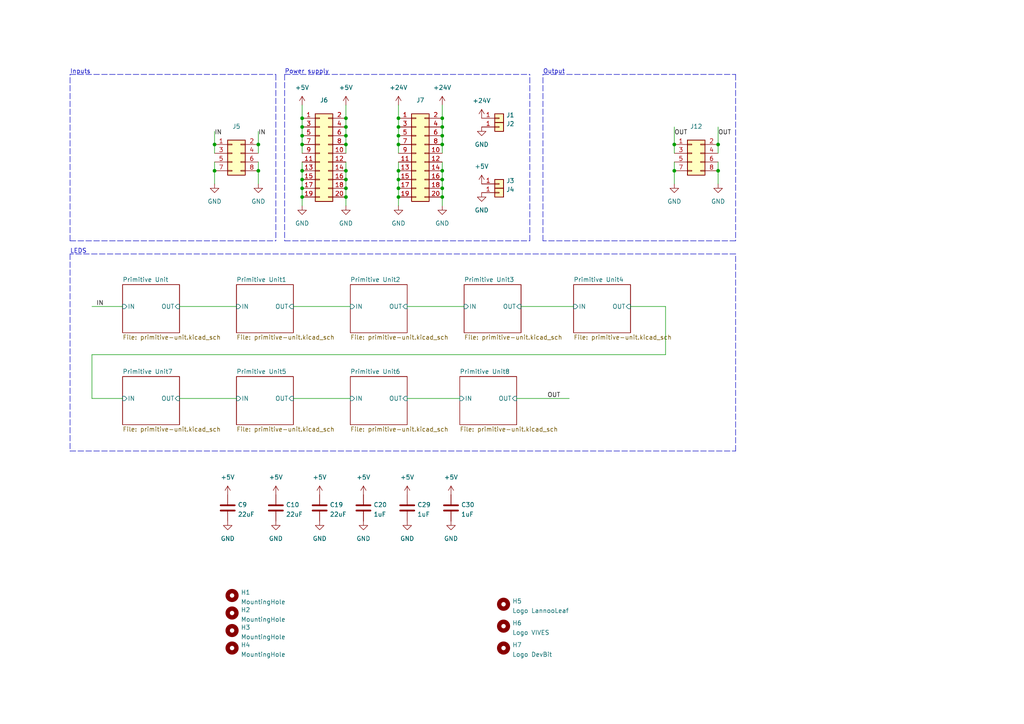
<source format=kicad_sch>
(kicad_sch (version 20211123) (generator eeschema)
  (paper "A4")
  (lib_symbols
    (symbol "Connector_Generic:Conn_01x01" (pin_names (offset 1.016) hide)
      (property "Reference" "J" (at 0 2.54 0))
      (property "Value" "Conn_01x01" (at 0 -2.54 0))
      (symbol "Conn_01x01_1_1"
        (rectangle (start -1.27 0.127) (end 0 -0.127) (stroke (width 0.1524)))
        (rectangle (start -1.27 1.27) (end 1.27 -1.27) (stroke (width 0.254)) (fill (type background)))
        (pin passive line (at -5.08 0 0) (length 3.81) (name "Pin_1") (number "1"))
      )
    )
    (symbol "Connector_Generic:Conn_02x04_Odd_Even" (pin_names (offset 1.016) hide)
      (property "Reference" "J" (at 1.27 5.08 0))
      (property "Value" "Conn_02x04_Odd_Even" (at 1.27 -7.62 0))
      (symbol "Conn_02x04_Odd_Even_1_1"
        (rectangle (start -1.27 -4.953) (end 0 -5.207) (stroke (width 0.1524)))
        (rectangle (start -1.27 -2.413) (end 0 -2.667) (stroke (width 0.1524)))
        (rectangle (start -1.27 0.127) (end 0 -0.127) (stroke (width 0.1524)))
        (rectangle (start -1.27 2.667) (end 0 2.413) (stroke (width 0.1524)))
        (rectangle (start -1.27 3.81) (end 3.81 -6.35) (stroke (width 0.254)) (fill (type background)))
        (rectangle (start 3.81 -4.953) (end 2.54 -5.207) (stroke (width 0.1524)))
        (rectangle (start 3.81 -2.413) (end 2.54 -2.667) (stroke (width 0.1524)))
        (rectangle (start 3.81 0.127) (end 2.54 -0.127) (stroke (width 0.1524)))
        (rectangle (start 3.81 2.667) (end 2.54 2.413) (stroke (width 0.1524)))
        (pin passive line (at -5.08 2.54 0) (length 3.81) (name "Pin_1") (number "1"))
        (pin passive line (at 7.62 2.54 180) (length 3.81) (name "Pin_2") (number "2"))
        (pin passive line (at -5.08 0 0) (length 3.81) (name "Pin_3") (number "3"))
        (pin passive line (at 7.62 0 180) (length 3.81) (name "Pin_4") (number "4"))
        (pin passive line (at -5.08 -2.54 0) (length 3.81) (name "Pin_5") (number "5"))
        (pin passive line (at 7.62 -2.54 180) (length 3.81) (name "Pin_6") (number "6"))
        (pin passive line (at -5.08 -5.08 0) (length 3.81) (name "Pin_7") (number "7"))
        (pin passive line (at 7.62 -5.08 180) (length 3.81) (name "Pin_8") (number "8"))
      )
    )
    (symbol "Connector_Generic:Conn_02x10_Odd_Even" (pin_names (offset 1.016) hide)
      (property "Reference" "J" (at 1.27 12.7 0))
      (property "Value" "Conn_02x10_Odd_Even" (at 1.27 -15.24 0))
      (symbol "Conn_02x10_Odd_Even_1_1"
        (rectangle (start -1.27 -12.573) (end 0 -12.827) (stroke (width 0.1524)))
        (rectangle (start -1.27 -10.033) (end 0 -10.287) (stroke (width 0.1524)))
        (rectangle (start -1.27 -7.493) (end 0 -7.747) (stroke (width 0.1524)))
        (rectangle (start -1.27 -4.953) (end 0 -5.207) (stroke (width 0.1524)))
        (rectangle (start -1.27 -2.413) (end 0 -2.667) (stroke (width 0.1524)))
        (rectangle (start -1.27 0.127) (end 0 -0.127) (stroke (width 0.1524)))
        (rectangle (start -1.27 2.667) (end 0 2.413) (stroke (width 0.1524)))
        (rectangle (start -1.27 5.207) (end 0 4.953) (stroke (width 0.1524)))
        (rectangle (start -1.27 7.747) (end 0 7.493) (stroke (width 0.1524)))
        (rectangle (start -1.27 10.287) (end 0 10.033) (stroke (width 0.1524)))
        (rectangle (start -1.27 11.43) (end 3.81 -13.97) (stroke (width 0.254)) (fill (type background)))
        (rectangle (start 3.81 -12.573) (end 2.54 -12.827) (stroke (width 0.1524)))
        (rectangle (start 3.81 -10.033) (end 2.54 -10.287) (stroke (width 0.1524)))
        (rectangle (start 3.81 -7.493) (end 2.54 -7.747) (stroke (width 0.1524)))
        (rectangle (start 3.81 -4.953) (end 2.54 -5.207) (stroke (width 0.1524)))
        (rectangle (start 3.81 -2.413) (end 2.54 -2.667) (stroke (width 0.1524)))
        (rectangle (start 3.81 0.127) (end 2.54 -0.127) (stroke (width 0.1524)))
        (rectangle (start 3.81 2.667) (end 2.54 2.413) (stroke (width 0.1524)))
        (rectangle (start 3.81 5.207) (end 2.54 4.953) (stroke (width 0.1524)))
        (rectangle (start 3.81 7.747) (end 2.54 7.493) (stroke (width 0.1524)))
        (rectangle (start 3.81 10.287) (end 2.54 10.033) (stroke (width 0.1524)))
        (pin passive line (at -5.08 10.16 0) (length 3.81) (name "Pin_1") (number "1"))
        (pin passive line (at 7.62 0 180) (length 3.81) (name "Pin_10") (number "10"))
        (pin passive line (at -5.08 -2.54 0) (length 3.81) (name "Pin_11") (number "11"))
        (pin passive line (at 7.62 -2.54 180) (length 3.81) (name "Pin_12") (number "12"))
        (pin passive line (at -5.08 -5.08 0) (length 3.81) (name "Pin_13") (number "13"))
        (pin passive line (at 7.62 -5.08 180) (length 3.81) (name "Pin_14") (number "14"))
        (pin passive line (at -5.08 -7.62 0) (length 3.81) (name "Pin_15") (number "15"))
        (pin passive line (at 7.62 -7.62 180) (length 3.81) (name "Pin_16") (number "16"))
        (pin passive line (at -5.08 -10.16 0) (length 3.81) (name "Pin_17") (number "17"))
        (pin passive line (at 7.62 -10.16 180) (length 3.81) (name "Pin_18") (number "18"))
        (pin passive line (at -5.08 -12.7 0) (length 3.81) (name "Pin_19") (number "19"))
        (pin passive line (at 7.62 10.16 180) (length 3.81) (name "Pin_2") (number "2"))
        (pin passive line (at 7.62 -12.7 180) (length 3.81) (name "Pin_20") (number "20"))
        (pin passive line (at -5.08 7.62 0) (length 3.81) (name "Pin_3") (number "3"))
        (pin passive line (at 7.62 7.62 180) (length 3.81) (name "Pin_4") (number "4"))
        (pin passive line (at -5.08 5.08 0) (length 3.81) (name "Pin_5") (number "5"))
        (pin passive line (at 7.62 5.08 180) (length 3.81) (name "Pin_6") (number "6"))
        (pin passive line (at -5.08 2.54 0) (length 3.81) (name "Pin_7") (number "7"))
        (pin passive line (at 7.62 2.54 180) (length 3.81) (name "Pin_8") (number "8"))
        (pin passive line (at -5.08 0 0) (length 3.81) (name "Pin_9") (number "9"))
      )
    )
    (symbol "Device:C" (pin_numbers hide) (pin_names (offset 0.254))
      (property "Reference" "C" (at 0.635 2.54 0))
      (property "Value" "C" (at 0.635 -2.54 0))
      (symbol "C_0_1"
        (polyline (pts (xy -2.032 -0.762) (xy 2.032 -0.762)) (stroke (width 0.508)))
        (polyline (pts (xy -2.032 0.762) (xy 2.032 0.762)) (stroke (width 0.508)))
      )
      (symbol "C_1_1"
        (pin passive line (at 0 3.81 270) (length 2.794) (name "~") (number "1"))
        (pin passive line (at 0 -3.81 90) (length 2.794) (name "~") (number "2"))
      )
    )
    (symbol "Mechanical:MountingHole" (pin_names (offset 1.016))
      (property "Reference" "H" (at 0 5.08 0))
      (property "Value" "MountingHole" (at 0 3.175 0))
      (symbol "MountingHole_0_1"
        (circle (center 0 0) (radius 1.27) (stroke (width 1.27)))
      )
    )
    (symbol "power:+24V" (power) (pin_names (offset 0))
      (property "Value" "+24V" (at 0 3.556 0))
      (symbol "+24V_0_1"
        (polyline (pts (xy -0.762 1.27) (xy 0 2.54)))
        (polyline (pts (xy 0 0) (xy 0 2.54)))
        (polyline (pts (xy 0 2.54) (xy 0.762 1.27)))
      )
      (symbol "+24V_1_1"
        (pin power_in line (at 0 0 90) (length 0) hide (name "+24V") (number "1"))
      )
    )
    (symbol "power:+5V" (power) (pin_names (offset 0))
      (property "Value" "+5V" (at 0 3.556 0))
      (symbol "+5V_0_1"
        (polyline (pts (xy -0.762 1.27) (xy 0 2.54)))
        (polyline (pts (xy 0 0) (xy 0 2.54)))
        (polyline (pts (xy 0 2.54) (xy 0.762 1.27)))
      )
      (symbol "+5V_1_1"
        (pin power_in line (at 0 0 90) (length 0) hide (name "+5V") (number "1"))
      )
    )
    (symbol "power:GND" (power) (pin_names (offset 0))
      (property "Value" "GND" (at 0 -3.81 0))
      (symbol "GND_0_1"
        (polyline (pts (xy 0 0) (xy 0 -1.27) (xy 1.27 -1.27) (xy 0 -2.54) (xy -1.27 -1.27) (xy 0 -1.27)))
      )
      (symbol "GND_1_1"
        (pin power_in line (at 0 0 270) (length 0) hide (name "GND") (number "1"))
      )
    )
  )
  (junction (at 87.63 52.07))
  (junction (at 74.93 49.53))
  (junction (at 87.63 57.15))
  (junction (at 208.28 49.53))
  (junction (at 87.63 49.53))
  (junction (at 115.57 41.91))
  (junction (at 100.33 57.15))
  (junction (at 128.27 39.37))
  (junction (at 115.57 34.29))
  (junction (at 128.27 49.53))
  (junction (at 115.57 52.07))
  (junction (at 115.57 39.37))
  (junction (at 87.63 34.29))
  (junction (at 128.27 52.07))
  (junction (at 100.33 39.37))
  (junction (at 62.23 49.53))
  (junction (at 195.58 49.53))
  (junction (at 87.63 41.91))
  (junction (at 100.33 41.91))
  (junction (at 115.57 54.61))
  (junction (at 115.57 49.53))
  (junction (at 115.57 36.83))
  (junction (at 128.27 54.61))
  (junction (at 100.33 34.29))
  (junction (at 208.28 41.91))
  (junction (at 100.33 54.61))
  (junction (at 128.27 41.91))
  (junction (at 87.63 39.37))
  (junction (at 74.93 41.91))
  (junction (at 100.33 49.53))
  (junction (at 128.27 34.29))
  (junction (at 62.23 41.91))
  (junction (at 100.33 52.07))
  (junction (at 128.27 36.83))
  (junction (at 87.63 36.83))
  (junction (at 100.33 36.83))
  (junction (at 128.27 57.15))
  (junction (at 195.58 41.91))
  (junction (at 115.57 57.15))
  (junction (at 87.63 54.61))
  (polyline (pts (xy 82.55 21.59) (xy 153.67 21.59)))
  (wire (pts (xy 128.27 49.53) (xy 128.27 52.07)))
  (wire (pts (xy 87.63 41.91) (xy 87.63 44.45)))
  (wire (pts (xy 208.28 46.99) (xy 208.28 49.53)))
  (wire (pts (xy 26.67 88.9) (xy 35.56 88.9)))
  (polyline (pts (xy 82.55 21.59) (xy 82.55 69.85)))
  (wire (pts (xy 74.93 41.91) (xy 74.93 44.45)))
  (wire (pts (xy 85.09 115.57) (xy 101.6 115.57)))
  (wire (pts (xy 100.33 30.48) (xy 100.33 34.29)))
  (polyline (pts (xy 20.32 69.85) (xy 80.01 69.85)))
  (wire (pts (xy 100.33 57.15) (xy 100.33 59.69)))
  (wire (pts (xy 128.27 39.37) (xy 128.27 41.91)))
  (wire (pts (xy 26.67 115.57) (xy 35.56 115.57)))
  (polyline (pts (xy 157.48 21.59) (xy 213.36 21.59)))
  (wire (pts (xy 87.63 54.61) (xy 87.63 57.15)))
  (polyline (pts (xy 20.32 73.66) (xy 20.32 130.81)))
  (wire (pts (xy 195.58 49.53) (xy 195.58 53.34)))
  (wire (pts (xy 74.93 38.1) (xy 74.93 41.91)))
  (polyline (pts (xy 213.36 130.81) (xy 213.36 73.66)))
  (wire (pts (xy 87.63 34.29) (xy 87.63 36.83)))
  (wire (pts (xy 128.27 46.99) (xy 128.27 49.53)))
  (wire (pts (xy 128.27 41.91) (xy 128.27 44.45)))
  (wire (pts (xy 195.58 36.83) (xy 195.58 41.91)))
  (wire (pts (xy 100.33 41.91) (xy 100.33 44.45)))
  (wire (pts (xy 151.13 88.9) (xy 166.37 88.9)))
  (polyline (pts (xy 20.32 130.81) (xy 213.36 130.81)))
  (polyline (pts (xy 213.36 21.59) (xy 213.36 69.85)))
  (wire (pts (xy 208.28 49.53) (xy 208.28 53.34)))
  (wire (pts (xy 128.27 34.29) (xy 128.27 36.83)))
  (wire (pts (xy 100.33 34.29) (xy 100.33 36.83)))
  (wire (pts (xy 182.88 88.9) (xy 193.04 88.9)))
  (wire (pts (xy 128.27 52.07) (xy 128.27 54.61)))
  (wire (pts (xy 100.33 49.53) (xy 100.33 52.07)))
  (wire (pts (xy 87.63 52.07) (xy 87.63 54.61)))
  (polyline (pts (xy 20.32 21.59) (xy 80.01 21.59)))
  (wire (pts (xy 115.57 54.61) (xy 115.57 57.15)))
  (wire (pts (xy 100.33 46.99) (xy 100.33 49.53)))
  (wire (pts (xy 115.57 49.53) (xy 115.57 52.07)))
  (wire (pts (xy 115.57 36.83) (xy 115.57 39.37)))
  (wire (pts (xy 128.27 57.15) (xy 128.27 59.69)))
  (wire (pts (xy 26.67 102.87) (xy 26.67 115.57)))
  (wire (pts (xy 62.23 38.1) (xy 62.23 41.91)))
  (wire (pts (xy 208.28 36.83) (xy 208.28 41.91)))
  (wire (pts (xy 195.58 41.91) (xy 195.58 44.45)))
  (wire (pts (xy 62.23 46.99) (xy 62.23 49.53)))
  (wire (pts (xy 52.07 88.9) (xy 68.58 88.9)))
  (wire (pts (xy 115.57 52.07) (xy 115.57 54.61)))
  (wire (pts (xy 115.57 46.99) (xy 115.57 49.53)))
  (wire (pts (xy 118.11 88.9) (xy 134.62 88.9)))
  (wire (pts (xy 100.33 52.07) (xy 100.33 54.61)))
  (wire (pts (xy 62.23 41.91) (xy 62.23 44.45)))
  (wire (pts (xy 128.27 54.61) (xy 128.27 57.15)))
  (polyline (pts (xy 82.55 69.85) (xy 153.67 69.85)))
  (wire (pts (xy 74.93 49.53) (xy 74.93 53.34)))
  (wire (pts (xy 87.63 30.48) (xy 87.63 34.29)))
  (wire (pts (xy 128.27 30.48) (xy 128.27 34.29)))
  (wire (pts (xy 87.63 39.37) (xy 87.63 41.91)))
  (wire (pts (xy 115.57 39.37) (xy 115.57 41.91)))
  (wire (pts (xy 195.58 46.99) (xy 195.58 49.53)))
  (polyline (pts (xy 213.36 73.66) (xy 20.32 73.66)))
  (wire (pts (xy 115.57 34.29) (xy 115.57 36.83)))
  (wire (pts (xy 193.04 102.87) (xy 26.67 102.87)))
  (wire (pts (xy 87.63 36.83) (xy 87.63 39.37)))
  (wire (pts (xy 115.57 41.91) (xy 115.57 44.45)))
  (wire (pts (xy 128.27 36.83) (xy 128.27 39.37)))
  (wire (pts (xy 87.63 46.99) (xy 87.63 49.53)))
  (wire (pts (xy 87.63 49.53) (xy 87.63 52.07)))
  (polyline (pts (xy 80.01 21.59) (xy 80.01 69.85)))
  (wire (pts (xy 193.04 88.9) (xy 193.04 102.87)))
  (wire (pts (xy 74.93 46.99) (xy 74.93 49.53)))
  (wire (pts (xy 85.09 88.9) (xy 101.6 88.9)))
  (polyline (pts (xy 20.32 69.85) (xy 20.32 21.59)))
  (polyline (pts (xy 213.36 69.85) (xy 157.48 69.85)))
  (wire (pts (xy 208.28 41.91) (xy 208.28 44.45)))
  (wire (pts (xy 115.57 57.15) (xy 115.57 59.69)))
  (wire (pts (xy 100.33 54.61) (xy 100.33 57.15)))
  (wire (pts (xy 100.33 36.83) (xy 100.33 39.37)))
  (polyline (pts (xy 157.48 69.85) (xy 157.48 21.59)))
  (wire (pts (xy 87.63 57.15) (xy 87.63 59.69)))
  (wire (pts (xy 118.11 115.57) (xy 133.35 115.57)))
  (wire (pts (xy 115.57 30.48) (xy 115.57 34.29)))
  (wire (pts (xy 149.86 115.57) (xy 165.1 115.57)))
  (wire (pts (xy 52.07 115.57) (xy 68.58 115.57)))
  (polyline (pts (xy 153.67 69.85) (xy 153.67 21.59)))
  (wire (pts (xy 100.33 39.37) (xy 100.33 41.91)))
  (wire (pts (xy 62.23 49.53) (xy 62.23 53.34)))
  (text "Power supply" (at 82.55 21.59 0) (effects (font (size 1.27 1.27)) (justify left bottom)))
  (text "Output\n" (at 157.48 21.59 0) (effects (font (size 1.27 1.27)) (justify left bottom)))
  (text "Inputs" (at 20.32 21.59 0) (effects (font (size 1.27 1.27)) (justify left bottom)))
  (text "LEDS\n" (at 20.32 73.66 0) (effects (font (size 1.27 1.27)) (justify left bottom)))
  (label "IN" (at 74.93 39.37 0))
  (label "IN" (at 27.94 88.9 0))
  (label "OUT" (at 158.75 115.57 0))
  (label "OUT" (at 195.58 39.37 0))
  (label "IN" (at 62.23 39.37 0))
  (label "OUT" (at 208.28 39.37 0))
  (symbol (lib_id "Connector_Generic:Conn_01x01") (at 144.78 36.83 0) (unit 1)
    (property "Reference" "J2" (at 146.812 35.9215 0) (effects (justify left)))
    (property "Value" "Conn_01x01" (effects hide))
    (property "Footprint" "LannooLeaf:Powerpad" (effects hide))
  )
  (symbol (lib_id "Mechanical:MountingHole") (at 146.05 175.26 0) (unit 1)
    (property "Reference" "H5" (at 148.59 174.3515 0) (effects (justify left)))
    (property "Value" "Logo LannooLeaf" (at 148.59 177.1266 0) (effects (justify left)))
    (property "Footprint" "LannooLeaf:Logo" (effects hide))
  )
  (symbol (lib_id "power:+5V") (at 92.71 143.51 0) (unit 1)
    (property "Reference" "#PWR0298" (effects hide))
    (property "Value" "+5V" (at 92.71 138.43 0))
  )
  (symbol (lib_id "Device:C") (at 130.81 147.32 0) (unit 1)
    (property "Reference" "C30" (at 133.731 146.4115 0) (effects (justify left)))
    (property "Value" "1uF" (at 133.731 149.1866 0) (effects (justify left)))
    (property "Footprint" "Capacitor_SMD:C_0603_1608Metric" (effects hide))
  )
  (symbol (lib_id "power:GND") (at 208.28 53.34 0) (unit 1)
    (property "Reference" "#PWR0110" (effects hide))
    (property "Value" "GND" (at 208.28 58.42 0))
  )
  (symbol (lib_id "power:GND") (at 62.23 53.34 0) (unit 1)
    (property "Reference" "#PWR0128" (effects hide))
    (property "Value" "GND" (at 62.23 58.42 0))
  )
  (symbol (lib_id "power:GND") (at 87.63 59.69 0) (unit 1)
    (property "Reference" "#PWR0114" (effects hide))
    (property "Value" "GND" (at 87.63 64.77 0))
  )
  (symbol (lib_id "Connector_Generic:Conn_02x10_Odd_Even") (at 120.65 44.45 0) (unit 1)
    (property "Reference" "J7" (at 121.92 29.0535 0))
    (property "Value" "Conn_02x10_Counter_Clockwise" (effects hide))
    (property "Footprint" "Connector_PinHeader_2.54mm:PinHeader_2x10_P2.54mm_Vertical_SMD" (effects hide))
  )
  (symbol (lib_id "Device:C") (at 66.04 147.32 0) (unit 1)
    (property "Reference" "C9" (at 68.961 146.4115 0) (effects (justify left)))
    (property "Value" "22uF" (at 68.961 149.1866 0) (effects (justify left)))
    (property "Footprint" "Capacitor_SMD:C_1206_3216Metric" (effects hide))
  )
  (symbol (lib_id "power:+24V") (at 139.7 34.29 0) (unit 1)
    (property "Reference" "#PWR0105" (effects hide))
    (property "Value" "+24V" (at 139.7 29.21 0))
  )
  (symbol (lib_id "power:GND") (at 92.71 151.13 0) (unit 1)
    (property "Reference" "#PWR0299" (effects hide))
    (property "Value" "GND" (at 92.71 156.21 0))
  )
  (symbol (lib_id "Mechanical:MountingHole") (at 146.05 181.61 0) (unit 1)
    (property "Reference" "H6" (at 148.59 180.7015 0) (effects (justify left)))
    (property "Value" "Logo VIVES" (at 148.59 183.4766 0) (effects (justify left)))
    (property "Footprint" "LannooLeaf:logo-vives" (effects hide))
  )
  (symbol (lib_id "Connector_Generic:Conn_02x04_Odd_Even") (at 67.31 44.45 0) (unit 1)
    (property "Reference" "J5" (at 68.58 36.6735 0))
    (property "Value" "Conn_02x04_Counter_Clockwise" (effects hide))
    (property "Footprint" "Connector_PinHeader_2.54mm:PinHeader_2x04_P2.54mm_Vertical_SMD" (effects hide))
  )
  (symbol (lib_id "power:GND") (at 139.7 55.88 0) (unit 1)
    (property "Reference" "#PWR0102" (effects hide))
    (property "Value" "GND" (at 139.7 60.96 0))
  )
  (symbol (lib_id "Device:C") (at 92.71 147.32 0) (unit 1)
    (property "Reference" "C19" (at 95.631 146.4115 0) (effects (justify left)))
    (property "Value" "22uF" (at 95.631 149.1866 0) (effects (justify left)))
    (property "Footprint" "Capacitor_SMD:C_1206_3216Metric" (effects hide))
  )
  (symbol (lib_id "power:+24V") (at 128.27 30.48 0) (unit 1)
    (property "Reference" "#PWR0116" (effects hide))
    (property "Value" "+24V" (at 128.27 25.4 0))
  )
  (symbol (lib_id "power:GND") (at 128.27 59.69 0) (unit 1)
    (property "Reference" "#PWR0109" (effects hide))
    (property "Value" "GND" (at 128.27 64.77 0))
  )
  (symbol (lib_id "Mechanical:MountingHole") (at 67.31 182.88 0) (unit 1)
    (property "Reference" "H3" (at 69.85 181.9715 0) (effects (justify left)))
    (property "Value" "MountingHole" (at 69.85 184.7466 0) (effects (justify left)))
    (property "Footprint" "MountingHole:MountingHole_4.3mm_M4_ISO7380" (effects hide))
  )
  (symbol (lib_id "power:GND") (at 139.7 36.83 0) (unit 1)
    (property "Reference" "#PWR0104" (effects hide))
    (property "Value" "GND" (at 139.7 41.91 0))
  )
  (symbol (lib_id "Mechanical:MountingHole") (at 146.05 187.96 0) (unit 1)
    (property "Reference" "H7" (at 148.59 187.0515 0) (effects (justify left)))
    (property "Value" "Logo DevBit" (at 148.59 189.8266 0) (effects (justify left)))
    (property "Footprint" "LannooLeaf:logo_devbit_15mm" (effects hide))
  )
  (symbol (lib_id "Connector_Generic:Conn_02x04_Odd_Even") (at 200.66 44.45 0) (unit 1)
    (property "Reference" "J12" (at 201.93 36.6735 0))
    (property "Value" "Conn_02x04_Counter_Clockwise" (effects hide))
    (property "Footprint" "Connector_PinHeader_2.54mm:PinHeader_2x04_P2.54mm_Vertical_SMD" (effects hide))
  )
  (symbol (lib_id "Mechanical:MountingHole") (at 67.31 187.96 0) (unit 1)
    (property "Reference" "H4" (at 69.85 187.0515 0) (effects (justify left)))
    (property "Value" "MountingHole" (at 69.85 189.8266 0) (effects (justify left)))
    (property "Footprint" "MountingHole:MountingHole_4.3mm_M4_ISO7380" (effects hide))
  )
  (symbol (lib_id "power:GND") (at 105.41 151.13 0) (unit 1)
    (property "Reference" "#PWR0260" (effects hide))
    (property "Value" "GND" (at 105.41 156.21 0))
  )
  (symbol (lib_id "Connector_Generic:Conn_01x01") (at 144.78 34.29 0) (unit 1)
    (property "Reference" "J1" (at 146.812 33.3815 0) (effects (justify left)))
    (property "Value" "Conn_01x01" (effects hide))
    (property "Footprint" "LannooLeaf:Powerpad" (effects hide))
  )
  (symbol (lib_id "power:GND") (at 80.01 151.13 0) (unit 1)
    (property "Reference" "#PWR0297" (effects hide))
    (property "Value" "GND" (at 80.01 156.21 0))
  )
  (symbol (lib_id "power:+5V") (at 118.11 143.51 0) (unit 1)
    (property "Reference" "#PWR0259" (effects hide))
    (property "Value" "+5V" (at 118.11 138.43 0))
  )
  (symbol (lib_id "Device:C") (at 80.01 147.32 0) (unit 1)
    (property "Reference" "C10" (at 82.931 146.4115 0) (effects (justify left)))
    (property "Value" "22uF" (at 82.931 149.1866 0) (effects (justify left)))
    (property "Footprint" "Capacitor_SMD:C_1206_3216Metric" (effects hide))
  )
  (symbol (lib_id "Device:C") (at 105.41 147.32 0) (unit 1)
    (property "Reference" "C20" (at 108.331 146.4115 0) (effects (justify left)))
    (property "Value" "1uF" (at 108.331 149.1866 0) (effects (justify left)))
    (property "Footprint" "Capacitor_SMD:C_0603_1608Metric" (effects hide))
  )
  (symbol (lib_id "Connector_Generic:Conn_01x01") (at 144.78 53.34 0) (unit 1)
    (property "Reference" "J3" (at 146.812 52.4315 0) (effects (justify left)))
    (property "Value" "Conn_01x01" (effects hide))
    (property "Footprint" "LannooLeaf:Powerpad" (effects hide))
  )
  (symbol (lib_id "Device:C") (at 118.11 147.32 0) (unit 1)
    (property "Reference" "C29" (at 121.031 146.4115 0) (effects (justify left)))
    (property "Value" "1uF" (at 121.031 149.1866 0) (effects (justify left)))
    (property "Footprint" "Capacitor_SMD:C_0603_1608Metric" (effects hide))
  )
  (symbol (lib_id "power:GND") (at 100.33 59.69 0) (unit 1)
    (property "Reference" "#PWR0112" (effects hide))
    (property "Value" "GND" (at 100.33 64.77 0))
  )
  (symbol (lib_id "Mechanical:MountingHole") (at 67.31 177.8 0) (unit 1)
    (property "Reference" "H2" (at 69.85 176.8915 0) (effects (justify left)))
    (property "Value" "MountingHole" (at 69.85 179.6666 0) (effects (justify left)))
    (property "Footprint" "MountingHole:MountingHole_4.3mm_M4_ISO7380" (effects hide))
  )
  (symbol (lib_id "power:GND") (at 115.57 59.69 0) (unit 1)
    (property "Reference" "#PWR0113" (effects hide))
    (property "Value" "GND" (at 115.57 64.77 0))
  )
  (symbol (lib_id "power:+5V") (at 130.81 143.51 0) (unit 1)
    (property "Reference" "#PWR0257" (effects hide))
    (property "Value" "+5V" (at 130.81 138.43 0))
  )
  (symbol (lib_id "Connector_Generic:Conn_02x10_Odd_Even") (at 92.71 44.45 0) (unit 1)
    (property "Reference" "J6" (at 93.98 29.0535 0))
    (property "Value" "Conn_02x10_Counter_Clockwise" (effects hide))
    (property "Footprint" "Connector_PinHeader_2.54mm:PinHeader_2x10_P2.54mm_Vertical_SMD" (effects hide))
  )
  (symbol (lib_id "power:GND") (at 66.04 151.13 0) (unit 1)
    (property "Reference" "#PWR0279" (effects hide))
    (property "Value" "GND" (at 66.04 156.21 0))
  )
  (symbol (lib_id "power:+5V") (at 105.41 143.51 0) (unit 1)
    (property "Reference" "#PWR0277" (effects hide))
    (property "Value" "+5V" (at 105.41 138.43 0))
  )
  (symbol (lib_id "power:GND") (at 195.58 53.34 0) (unit 1)
    (property "Reference" "#PWR0111" (effects hide))
    (property "Value" "GND" (at 195.58 58.42 0))
  )
  (symbol (lib_id "power:+5V") (at 87.63 30.48 0) (unit 1)
    (property "Reference" "#PWR0118" (effects hide))
    (property "Value" "+5V" (at 87.63 25.4 0))
  )
  (symbol (lib_id "Connector_Generic:Conn_01x01") (at 144.78 55.88 0) (unit 1)
    (property "Reference" "J4" (at 146.812 54.9715 0) (effects (justify left)))
    (property "Value" "Conn_01x01" (effects hide))
    (property "Footprint" "LannooLeaf:Powerpad" (effects hide))
  )
  (symbol (lib_id "power:+5V") (at 100.33 30.48 0) (unit 1)
    (property "Reference" "#PWR0117" (effects hide))
    (property "Value" "+5V" (at 100.33 25.4 0))
  )
  (symbol (lib_id "power:GND") (at 130.81 151.13 0) (unit 1)
    (property "Reference" "#PWR0258" (effects hide))
    (property "Value" "GND" (at 130.81 156.21 0))
  )
  (symbol (lib_id "power:+5V") (at 139.7 53.34 0) (unit 1)
    (property "Reference" "#PWR0101" (effects hide))
    (property "Value" "+5V" (at 139.7 48.26 0))
  )
  (symbol (lib_id "power:+5V") (at 80.01 143.51 0) (unit 1)
    (property "Reference" "#PWR0280" (effects hide))
    (property "Value" "+5V" (at 80.01 138.43 0))
  )
  (symbol (lib_id "power:GND") (at 74.93 53.34 0) (unit 1)
    (property "Reference" "#PWR0119" (effects hide))
    (property "Value" "GND" (at 74.93 58.42 0))
  )
  (symbol (lib_id "Mechanical:MountingHole") (at 67.31 172.72 0) (unit 1)
    (property "Reference" "H1" (at 69.85 171.8115 0) (effects (justify left)))
    (property "Value" "MountingHole" (at 69.85 174.5866 0) (effects (justify left)))
    (property "Footprint" "MountingHole:MountingHole_4.3mm_M4_ISO14580" (effects hide))
  )
  (symbol (lib_id "power:+5V") (at 66.04 143.51 0) (unit 1)
    (property "Reference" "#PWR0300" (effects hide))
    (property "Value" "+5V" (at 66.04 138.43 0))
  )
  (symbol (lib_id "power:GND") (at 118.11 151.13 0) (unit 1)
    (property "Reference" "#PWR0278" (effects hide))
    (property "Value" "GND" (at 118.11 156.21 0))
  )
  (symbol (lib_id "power:+24V") (at 115.57 30.48 0) (unit 1)
    (property "Reference" "#PWR0115" (effects hide))
    (property "Value" "+24V" (at 115.57 25.4 0))
  )
  (sheet (at 101.6 82.55) (size 16.51 13.97) (stroke (width 0.1524))
    (property "Sheet name" "Primitive Unit2" (at 101.6 81.8384 0) (effects (justify left bottom)))
    (property "Sheet file" "primitive-unit.kicad_sch" (at 101.6 97.1046 0) (effects (justify left top)))
    (pin "IN" input (at 101.6 88.9 180))
    (pin "OUT" input (at 118.11 88.9 0))
  )
  (sheet (at 35.56 82.55) (size 16.51 13.97) (stroke (width 0.1524))
    (property "Sheet name" "Primitive Unit" (at 35.56 81.8384 0) (effects (justify left bottom)))
    (property "Sheet file" "primitive-unit.kicad_sch" (at 35.56 97.1046 0) (effects (justify left top)))
    (pin "IN" input (at 35.56 88.9 180))
    (pin "OUT" input (at 52.07 88.9 0))
  )
  (sheet (at 35.56 109.22) (size 16.51 13.97) (stroke (width 0.1524))
    (property "Sheet name" "Primitive Unit7" (at 35.56 108.5084 0) (effects (justify left bottom)))
    (property "Sheet file" "primitive-unit.kicad_sch" (at 35.56 123.7746 0) (effects (justify left top)))
    (pin "IN" input (at 35.56 115.57 180))
    (pin "OUT" input (at 52.07 115.57 0))
  )
  (sheet (at 134.62 82.55) (size 16.51 13.97) (stroke (width 0.1524))
    (property "Sheet name" "Primitive Unit3" (at 134.62 81.8384 0) (effects (justify left bottom)))
    (property "Sheet file" "primitive-unit.kicad_sch" (at 134.62 97.1046 0) (effects (justify left top)))
    (pin "IN" input (at 134.62 88.9 180))
    (pin "OUT" input (at 151.13 88.9 0))
  )
  (sheet (at 133.35 109.22) (size 16.51 13.97) (stroke (width 0.1524))
    (property "Sheet name" "Primitive Unit8" (at 133.35 108.5084 0) (effects (justify left bottom)))
    (property "Sheet file" "primitive-unit.kicad_sch" (at 133.35 123.7746 0) (effects (justify left top)))
    (pin "IN" input (at 133.35 115.57 180))
    (pin "OUT" input (at 149.86 115.57 0))
  )
  (sheet (at 68.58 82.55) (size 16.51 13.97) (stroke (width 0.1524))
    (property "Sheet name" "Primitive Unit1" (at 68.58 81.8384 0) (effects (justify left bottom)))
    (property "Sheet file" "primitive-unit.kicad_sch" (at 68.58 97.1046 0) (effects (justify left top)))
    (pin "IN" input (at 68.58 88.9 180))
    (pin "OUT" input (at 85.09 88.9 0))
  )
  (sheet (at 166.37 82.55) (size 16.51 13.97) (stroke (width 0.1524))
    (property "Sheet name" "Primitive Unit4" (at 166.37 81.8384 0) (effects (justify left bottom)))
    (property "Sheet file" "primitive-unit.kicad_sch" (at 166.37 97.1046 0) (effects (justify left top)))
    (pin "IN" input (at 166.37 88.9 180))
    (pin "OUT" input (at 182.88 88.9 0))
  )
  (sheet (at 101.6 109.22) (size 16.51 13.97) (stroke (width 0.1524))
    (property "Sheet name" "Primitive Unit6" (at 101.6 108.5084 0) (effects (justify left bottom)))
    (property "Sheet file" "primitive-unit.kicad_sch" (at 101.6 123.7746 0) (effects (justify left top)))
    (pin "IN" input (at 101.6 115.57 180))
    (pin "OUT" input (at 118.11 115.57 0))
  )
  (sheet (at 68.58 109.22) (size 16.51 13.97) (stroke (width 0.1524))
    (property "Sheet name" "Primitive Unit5" (at 68.58 108.5084 0) (effects (justify left bottom)))
    (property "Sheet file" "primitive-unit.kicad_sch" (at 68.58 123.7746 0) (effects (justify left top)))
    (pin "IN" input (at 68.58 115.57 180))
    (pin "OUT" input (at 85.09 115.57 0))
  )
)
</source>
